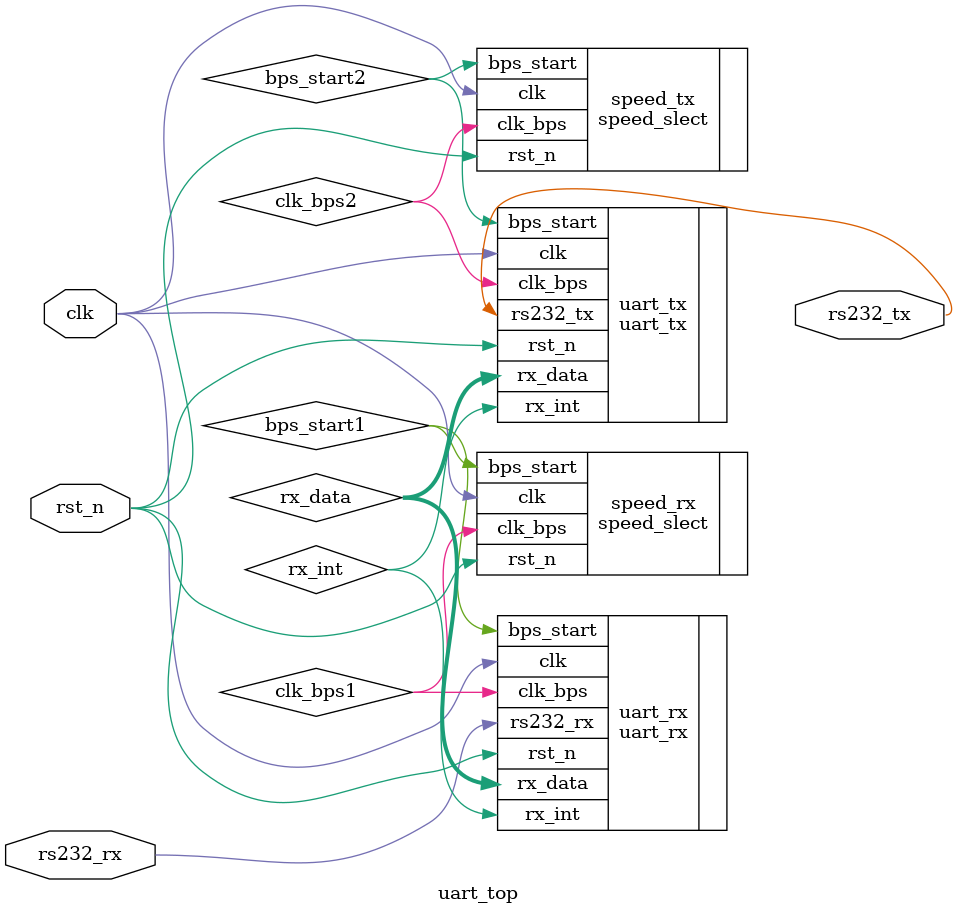
<source format=v>
`timescale 1ns / 1ps
module uart_top
(
clk,
rst_n,
rs232_rx,
rs232_tx
);

 input clk;
 input rst_n;
 input rs232_rx;
output rs232_tx;

wire bps_start1,bps_start2;
wire clk_bps1,clk_bps2;
wire [7:0] rx_data/*synthesis keep*/;
wire rx_int;

speed_slect   speed_rx(
                     .clk(clk),
                     .rst_n(rst_n),
                     .bps_start(bps_start1),
                     .clk_bps(clk_bps1)
                    );
                    
uart_rx       uart_rx(
                     .clk(clk),
                     .rst_n(rst_n),
                     .rs232_rx(rs232_rx),
                     .rx_data(rx_data),
                     .rx_int(rx_int),
                     .clk_bps(clk_bps1),
                     .bps_start(bps_start1)
                      );

speed_slect   speed_tx(
                     .clk(clk),
                     .rst_n(rst_n),
                     .bps_start(bps_start2),
                     .clk_bps(clk_bps2)
                        );

uart_tx       uart_tx(
                     .clk(clk),
                     .rst_n(rst_n),
                     .rx_data(rx_data),
                     .rx_int(rx_int),
                     .rs232_tx(rs232_tx),
                     .clk_bps(clk_bps2),
                     .bps_start(bps_start2)
                      );
                     
endmodule


</source>
